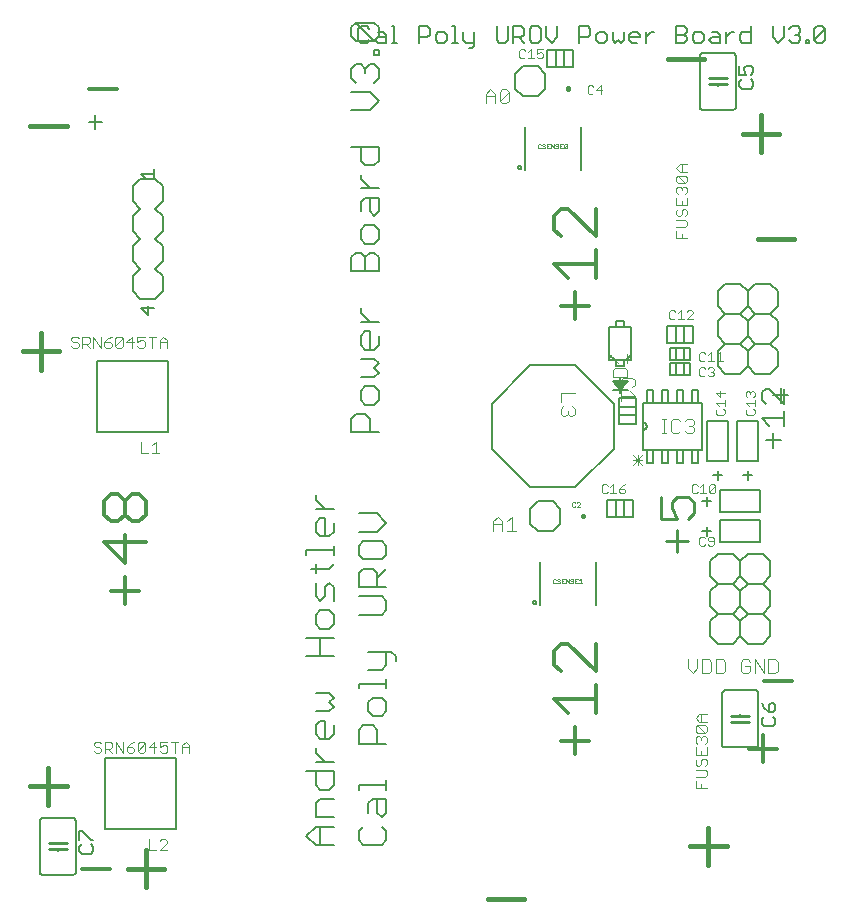
<source format=gto>
G75*
%MOIN*%
%OFA0B0*%
%FSLAX25Y25*%
%IPPOS*%
%LPD*%
%AMOC8*
5,1,8,0,0,1.08239X$1,22.5*
%
%ADD10C,0.00500*%
%ADD11C,0.00800*%
%ADD12C,0.01200*%
%ADD13C,0.01600*%
%ADD14C,0.00600*%
%ADD15C,0.00400*%
%ADD16C,0.01000*%
%ADD17C,0.00100*%
%ADD18C,0.01500*%
%ADD19C,0.00300*%
%ADD20C,0.00200*%
D10*
X0028163Y0032709D02*
X0027413Y0033459D01*
X0027413Y0034961D01*
X0028163Y0035711D01*
X0027413Y0037313D02*
X0027413Y0040315D01*
X0028163Y0040315D01*
X0031166Y0037313D01*
X0031917Y0037313D01*
X0031166Y0035711D02*
X0031917Y0034961D01*
X0031917Y0033459D01*
X0031166Y0032709D01*
X0028163Y0032709D01*
X0035867Y0040867D02*
X0059467Y0040867D01*
X0059467Y0064467D01*
X0035867Y0064467D01*
X0035867Y0040867D01*
X0033367Y0173367D02*
X0056967Y0173367D01*
X0056967Y0196967D01*
X0033367Y0196967D01*
X0033367Y0173367D01*
X0050165Y0212313D02*
X0050165Y0215315D01*
X0052417Y0214565D02*
X0047913Y0214565D01*
X0050165Y0212313D01*
X0049414Y0257813D02*
X0047913Y0259314D01*
X0052417Y0259314D01*
X0052417Y0257813D02*
X0052417Y0260815D01*
X0120417Y0303834D02*
X0121334Y0302917D01*
X0123169Y0302917D01*
X0124086Y0303834D01*
X0125941Y0303834D02*
X0126859Y0304752D01*
X0129611Y0304752D01*
X0129611Y0305669D02*
X0129611Y0302917D01*
X0126859Y0302917D01*
X0125941Y0303834D01*
X0126859Y0306586D02*
X0128694Y0306586D01*
X0129611Y0305669D01*
X0131466Y0302917D02*
X0133301Y0302917D01*
X0132384Y0302917D02*
X0132384Y0308421D01*
X0131466Y0308421D01*
X0124086Y0307504D02*
X0123169Y0308421D01*
X0121334Y0308421D01*
X0120417Y0307504D01*
X0120417Y0303834D01*
X0140674Y0302917D02*
X0140674Y0308421D01*
X0143426Y0308421D01*
X0144344Y0307504D01*
X0144344Y0305669D01*
X0143426Y0304752D01*
X0140674Y0304752D01*
X0146199Y0305669D02*
X0146199Y0303834D01*
X0147116Y0302917D01*
X0148951Y0302917D01*
X0149868Y0303834D01*
X0149868Y0305669D01*
X0148951Y0306586D01*
X0147116Y0306586D01*
X0146199Y0305669D01*
X0151723Y0302917D02*
X0153558Y0302917D01*
X0152641Y0302917D02*
X0152641Y0308421D01*
X0151723Y0308421D01*
X0155407Y0306586D02*
X0155407Y0303834D01*
X0156324Y0302917D01*
X0159076Y0302917D01*
X0159076Y0301999D02*
X0158159Y0301082D01*
X0157241Y0301082D01*
X0159076Y0301999D02*
X0159076Y0306586D01*
X0166456Y0308421D02*
X0166456Y0303834D01*
X0167373Y0302917D01*
X0169208Y0302917D01*
X0170126Y0303834D01*
X0170126Y0308421D01*
X0171981Y0308421D02*
X0171981Y0302917D01*
X0171981Y0304752D02*
X0174733Y0304752D01*
X0175650Y0305669D01*
X0175650Y0307504D01*
X0174733Y0308421D01*
X0171981Y0308421D01*
X0173816Y0304752D02*
X0175650Y0302917D01*
X0177505Y0303834D02*
X0177505Y0307504D01*
X0178423Y0308421D01*
X0180258Y0308421D01*
X0181175Y0307504D01*
X0181175Y0303834D01*
X0180258Y0302917D01*
X0178423Y0302917D01*
X0177505Y0303834D01*
X0183030Y0304752D02*
X0184865Y0302917D01*
X0186700Y0304752D01*
X0186700Y0308421D01*
X0183030Y0308421D02*
X0183030Y0304752D01*
X0194080Y0304752D02*
X0196832Y0304752D01*
X0197749Y0305669D01*
X0197749Y0307504D01*
X0196832Y0308421D01*
X0194080Y0308421D01*
X0194080Y0302917D01*
X0199604Y0303834D02*
X0200522Y0302917D01*
X0202357Y0302917D01*
X0203274Y0303834D01*
X0203274Y0305669D01*
X0202357Y0306586D01*
X0200522Y0306586D01*
X0199604Y0305669D01*
X0199604Y0303834D01*
X0205129Y0303834D02*
X0206046Y0302917D01*
X0206964Y0303834D01*
X0207881Y0302917D01*
X0208799Y0303834D01*
X0208799Y0306586D01*
X0210654Y0305669D02*
X0211571Y0306586D01*
X0213406Y0306586D01*
X0214323Y0305669D01*
X0214323Y0304752D01*
X0210654Y0304752D01*
X0210654Y0305669D02*
X0210654Y0303834D01*
X0211571Y0302917D01*
X0213406Y0302917D01*
X0216178Y0302917D02*
X0216178Y0306586D01*
X0216178Y0304752D02*
X0218013Y0306586D01*
X0218931Y0306586D01*
X0226307Y0305669D02*
X0229059Y0305669D01*
X0229977Y0304752D01*
X0229977Y0303834D01*
X0229059Y0302917D01*
X0226307Y0302917D01*
X0226307Y0308421D01*
X0229059Y0308421D01*
X0229977Y0307504D01*
X0229977Y0306586D01*
X0229059Y0305669D01*
X0231832Y0305669D02*
X0232749Y0306586D01*
X0234584Y0306586D01*
X0235502Y0305669D01*
X0235502Y0303834D01*
X0234584Y0302917D01*
X0232749Y0302917D01*
X0231832Y0303834D01*
X0231832Y0305669D01*
X0237356Y0303834D02*
X0238274Y0304752D01*
X0241026Y0304752D01*
X0241026Y0305669D02*
X0241026Y0302917D01*
X0238274Y0302917D01*
X0237356Y0303834D01*
X0238274Y0306586D02*
X0240109Y0306586D01*
X0241026Y0305669D01*
X0242881Y0304752D02*
X0244716Y0306586D01*
X0245634Y0306586D01*
X0247485Y0305669D02*
X0248403Y0306586D01*
X0251155Y0306586D01*
X0251155Y0308421D02*
X0251155Y0302917D01*
X0248403Y0302917D01*
X0247485Y0303834D01*
X0247485Y0305669D01*
X0242881Y0306586D02*
X0242881Y0302917D01*
X0247413Y0295315D02*
X0247413Y0292313D01*
X0249665Y0292313D01*
X0248914Y0293814D01*
X0248914Y0294565D01*
X0249665Y0295315D01*
X0251166Y0295315D01*
X0251917Y0294565D01*
X0251917Y0293063D01*
X0251166Y0292313D01*
X0251166Y0290711D02*
X0251917Y0289961D01*
X0251917Y0288459D01*
X0251166Y0287709D01*
X0248163Y0287709D01*
X0247413Y0288459D01*
X0247413Y0289961D01*
X0248163Y0290711D01*
X0260369Y0302917D02*
X0262204Y0304752D01*
X0262204Y0308421D01*
X0264059Y0307504D02*
X0264977Y0308421D01*
X0266812Y0308421D01*
X0267729Y0307504D01*
X0267729Y0306586D01*
X0266812Y0305669D01*
X0267729Y0304752D01*
X0267729Y0303834D01*
X0266812Y0302917D01*
X0264977Y0302917D01*
X0264059Y0303834D01*
X0265894Y0305669D02*
X0266812Y0305669D01*
X0269584Y0303834D02*
X0270501Y0303834D01*
X0270501Y0302917D01*
X0269584Y0302917D01*
X0269584Y0303834D01*
X0272346Y0303834D02*
X0272346Y0307504D01*
X0273264Y0308421D01*
X0275099Y0308421D01*
X0276016Y0307504D01*
X0272346Y0303834D01*
X0273264Y0302917D01*
X0275099Y0302917D01*
X0276016Y0303834D01*
X0276016Y0307504D01*
X0260369Y0302917D02*
X0258535Y0304752D01*
X0258535Y0308421D01*
X0205129Y0306586D02*
X0205129Y0303834D01*
X0254913Y0082815D02*
X0255663Y0081314D01*
X0257165Y0079813D01*
X0257165Y0082065D01*
X0257915Y0082815D01*
X0258666Y0082815D01*
X0259417Y0082065D01*
X0259417Y0080563D01*
X0258666Y0079813D01*
X0257165Y0079813D01*
X0258666Y0078211D02*
X0259417Y0077461D01*
X0259417Y0075959D01*
X0258666Y0075209D01*
X0255663Y0075209D01*
X0254913Y0075959D01*
X0254913Y0077461D01*
X0255663Y0078211D01*
D11*
X0178652Y0116467D02*
X0178654Y0116514D01*
X0178660Y0116561D01*
X0178670Y0116608D01*
X0178683Y0116653D01*
X0178701Y0116697D01*
X0178722Y0116739D01*
X0178746Y0116780D01*
X0178774Y0116818D01*
X0178805Y0116854D01*
X0178839Y0116887D01*
X0178875Y0116917D01*
X0178914Y0116944D01*
X0178955Y0116968D01*
X0178998Y0116988D01*
X0179042Y0117004D01*
X0179088Y0117017D01*
X0179134Y0117026D01*
X0179182Y0117031D01*
X0179229Y0117032D01*
X0179276Y0117029D01*
X0179323Y0117022D01*
X0179369Y0117011D01*
X0179414Y0116997D01*
X0179458Y0116978D01*
X0179499Y0116956D01*
X0179539Y0116931D01*
X0179577Y0116902D01*
X0179612Y0116871D01*
X0179645Y0116836D01*
X0179674Y0116799D01*
X0179700Y0116760D01*
X0179723Y0116718D01*
X0179742Y0116675D01*
X0179758Y0116630D01*
X0179770Y0116584D01*
X0179778Y0116538D01*
X0179782Y0116491D01*
X0179782Y0116443D01*
X0179778Y0116396D01*
X0179770Y0116350D01*
X0179758Y0116304D01*
X0179742Y0116259D01*
X0179723Y0116216D01*
X0179700Y0116174D01*
X0179674Y0116135D01*
X0179645Y0116098D01*
X0179612Y0116063D01*
X0179577Y0116032D01*
X0179539Y0116003D01*
X0179500Y0115978D01*
X0179458Y0115956D01*
X0179414Y0115937D01*
X0179369Y0115923D01*
X0179323Y0115912D01*
X0179276Y0115905D01*
X0179229Y0115902D01*
X0179182Y0115903D01*
X0179134Y0115908D01*
X0179088Y0115917D01*
X0179042Y0115930D01*
X0178998Y0115946D01*
X0178955Y0115966D01*
X0178914Y0115990D01*
X0178875Y0116017D01*
X0178839Y0116047D01*
X0178805Y0116080D01*
X0178774Y0116116D01*
X0178746Y0116154D01*
X0178722Y0116195D01*
X0178701Y0116237D01*
X0178683Y0116281D01*
X0178670Y0116326D01*
X0178660Y0116373D01*
X0178654Y0116420D01*
X0178652Y0116467D01*
X0132836Y0098487D02*
X0132836Y0096952D01*
X0132836Y0098487D02*
X0131301Y0100022D01*
X0123628Y0100022D01*
X0129767Y0100022D02*
X0129767Y0095418D01*
X0128232Y0093883D01*
X0123628Y0093883D01*
X0120559Y0089279D02*
X0120559Y0087745D01*
X0120559Y0089279D02*
X0129767Y0089279D01*
X0129767Y0087745D02*
X0129767Y0090814D01*
X0128232Y0084675D02*
X0125163Y0084675D01*
X0123628Y0083141D01*
X0123628Y0080071D01*
X0125163Y0078537D01*
X0128232Y0078537D01*
X0129767Y0080071D01*
X0129767Y0083141D01*
X0128232Y0084675D01*
X0125163Y0075467D02*
X0122093Y0075467D01*
X0120559Y0073933D01*
X0120559Y0069329D01*
X0129767Y0069329D01*
X0126697Y0069329D02*
X0126697Y0073933D01*
X0125163Y0075467D01*
X0112267Y0075467D02*
X0112267Y0072398D01*
X0110732Y0070863D01*
X0107663Y0070863D01*
X0106128Y0072398D01*
X0106128Y0075467D01*
X0107663Y0077002D01*
X0109197Y0077002D01*
X0109197Y0070863D01*
X0106128Y0067794D02*
X0106128Y0066260D01*
X0109197Y0063190D01*
X0106128Y0063190D02*
X0112267Y0063190D01*
X0112267Y0060121D02*
X0112267Y0055517D01*
X0110732Y0053982D01*
X0107663Y0053982D01*
X0106128Y0055517D01*
X0106128Y0060121D01*
X0103059Y0060121D02*
X0112267Y0060121D01*
X0120559Y0055517D02*
X0120559Y0053982D01*
X0120559Y0055517D02*
X0129767Y0055517D01*
X0129767Y0053982D02*
X0129767Y0057052D01*
X0129767Y0050913D02*
X0125163Y0050913D01*
X0123628Y0049378D01*
X0123628Y0046309D01*
X0126697Y0046309D02*
X0126697Y0050913D01*
X0129767Y0050913D02*
X0129767Y0046309D01*
X0128232Y0044775D01*
X0126697Y0046309D01*
X0128232Y0041705D02*
X0129767Y0040171D01*
X0129767Y0037101D01*
X0128232Y0035567D01*
X0122093Y0035567D01*
X0120559Y0037101D01*
X0120559Y0040171D01*
X0122093Y0041705D01*
X0112267Y0041705D02*
X0106128Y0041705D01*
X0103059Y0038636D01*
X0106128Y0035567D01*
X0112267Y0035567D01*
X0107663Y0035567D02*
X0107663Y0041705D01*
X0106128Y0044775D02*
X0106128Y0049378D01*
X0107663Y0050913D01*
X0112267Y0050913D01*
X0112267Y0044775D02*
X0106128Y0044775D01*
X0106128Y0080071D02*
X0110732Y0080071D01*
X0112267Y0081606D01*
X0110732Y0083141D01*
X0112267Y0084675D01*
X0110732Y0086210D01*
X0106128Y0086210D01*
X0107663Y0098487D02*
X0107663Y0104626D01*
X0107663Y0107695D02*
X0110732Y0107695D01*
X0112267Y0109230D01*
X0112267Y0112299D01*
X0110732Y0113833D01*
X0107663Y0113833D01*
X0106128Y0112299D01*
X0106128Y0109230D01*
X0107663Y0107695D01*
X0103059Y0104626D02*
X0112267Y0104626D01*
X0112267Y0098487D02*
X0103059Y0098487D01*
X0107663Y0116903D02*
X0106128Y0118437D01*
X0106128Y0123041D01*
X0106128Y0126111D02*
X0106128Y0129180D01*
X0104593Y0127645D02*
X0110732Y0127645D01*
X0112267Y0129180D01*
X0112267Y0132249D02*
X0112267Y0135318D01*
X0112267Y0133784D02*
X0103059Y0133784D01*
X0103059Y0132249D01*
X0107663Y0138388D02*
X0106128Y0139922D01*
X0106128Y0142992D01*
X0107663Y0144526D01*
X0109197Y0144526D01*
X0109197Y0138388D01*
X0107663Y0138388D02*
X0110732Y0138388D01*
X0112267Y0139922D01*
X0112267Y0142992D01*
X0112267Y0147596D02*
X0106128Y0147596D01*
X0106128Y0150665D02*
X0106128Y0152200D01*
X0106128Y0150665D02*
X0109197Y0147596D01*
X0120559Y0146061D02*
X0126697Y0146061D01*
X0129767Y0142992D01*
X0126697Y0139922D01*
X0120559Y0139922D01*
X0122093Y0136853D02*
X0120559Y0135318D01*
X0120559Y0132249D01*
X0122093Y0130715D01*
X0128232Y0130715D01*
X0129767Y0132249D01*
X0129767Y0135318D01*
X0128232Y0136853D01*
X0122093Y0136853D01*
X0122093Y0127645D02*
X0125163Y0127645D01*
X0126697Y0126111D01*
X0126697Y0121507D01*
X0126697Y0124576D02*
X0129767Y0127645D01*
X0129767Y0121507D02*
X0120559Y0121507D01*
X0120559Y0126111D01*
X0122093Y0127645D01*
X0120559Y0118437D02*
X0128232Y0118437D01*
X0129767Y0116903D01*
X0129767Y0113833D01*
X0128232Y0112299D01*
X0120559Y0112299D01*
X0112267Y0116903D02*
X0112267Y0121507D01*
X0110732Y0123041D01*
X0109197Y0121507D01*
X0109197Y0118437D01*
X0107663Y0116903D01*
X0118059Y0173067D02*
X0118059Y0177671D01*
X0119593Y0179205D01*
X0122663Y0179205D01*
X0124197Y0177671D01*
X0124197Y0173067D01*
X0127267Y0173067D02*
X0118059Y0173067D01*
X0122663Y0182275D02*
X0125732Y0182275D01*
X0127267Y0183809D01*
X0127267Y0186878D01*
X0125732Y0188413D01*
X0122663Y0188413D01*
X0121128Y0186878D01*
X0121128Y0183809D01*
X0122663Y0182275D01*
X0121128Y0191482D02*
X0125732Y0191482D01*
X0127267Y0193017D01*
X0125732Y0194552D01*
X0127267Y0196086D01*
X0125732Y0197621D01*
X0121128Y0197621D01*
X0122663Y0200690D02*
X0121128Y0202225D01*
X0121128Y0205294D01*
X0122663Y0206829D01*
X0124197Y0206829D01*
X0124197Y0200690D01*
X0122663Y0200690D02*
X0125732Y0200690D01*
X0127267Y0202225D01*
X0127267Y0205294D01*
X0127267Y0209898D02*
X0121128Y0209898D01*
X0124197Y0209898D02*
X0121128Y0212967D01*
X0121128Y0214502D01*
X0122663Y0226779D02*
X0122663Y0231383D01*
X0124197Y0232918D01*
X0125732Y0232918D01*
X0127267Y0231383D01*
X0127267Y0226779D01*
X0118059Y0226779D01*
X0118059Y0231383D01*
X0119593Y0232918D01*
X0121128Y0232918D01*
X0122663Y0231383D01*
X0122663Y0235987D02*
X0125732Y0235987D01*
X0127267Y0237522D01*
X0127267Y0240591D01*
X0125732Y0242126D01*
X0122663Y0242126D01*
X0121128Y0240591D01*
X0121128Y0237522D01*
X0122663Y0235987D01*
X0125732Y0245195D02*
X0124197Y0246730D01*
X0124197Y0251333D01*
X0122663Y0251333D02*
X0127267Y0251333D01*
X0127267Y0246730D01*
X0125732Y0245195D01*
X0121128Y0246730D02*
X0121128Y0249799D01*
X0122663Y0251333D01*
X0124197Y0254403D02*
X0121128Y0257472D01*
X0121128Y0259007D01*
X0122663Y0262076D02*
X0121128Y0263611D01*
X0121128Y0268215D01*
X0118059Y0268215D02*
X0127267Y0268215D01*
X0127267Y0263611D01*
X0125732Y0262076D01*
X0122663Y0262076D01*
X0121128Y0254403D02*
X0127267Y0254403D01*
X0124197Y0280492D02*
X0118059Y0280492D01*
X0118059Y0286630D02*
X0124197Y0286630D01*
X0127267Y0283561D01*
X0124197Y0280492D01*
X0125732Y0289700D02*
X0127267Y0291234D01*
X0127267Y0294303D01*
X0125732Y0295838D01*
X0124197Y0295838D01*
X0122663Y0294303D01*
X0122663Y0292769D01*
X0122663Y0294303D02*
X0121128Y0295838D01*
X0119593Y0295838D01*
X0118059Y0294303D01*
X0118059Y0291234D01*
X0119593Y0289700D01*
X0125732Y0298907D02*
X0125732Y0300442D01*
X0127267Y0300442D01*
X0127267Y0298907D01*
X0125732Y0298907D01*
X0125732Y0303511D02*
X0119593Y0303511D01*
X0118059Y0305046D01*
X0118059Y0308115D01*
X0119593Y0309650D01*
X0125732Y0303511D01*
X0127267Y0305046D01*
X0127267Y0308115D01*
X0125732Y0309650D01*
X0119593Y0309650D01*
X0173652Y0261467D02*
X0173654Y0261514D01*
X0173660Y0261561D01*
X0173670Y0261608D01*
X0173683Y0261653D01*
X0173701Y0261697D01*
X0173722Y0261739D01*
X0173746Y0261780D01*
X0173774Y0261818D01*
X0173805Y0261854D01*
X0173839Y0261887D01*
X0173875Y0261917D01*
X0173914Y0261944D01*
X0173955Y0261968D01*
X0173998Y0261988D01*
X0174042Y0262004D01*
X0174088Y0262017D01*
X0174134Y0262026D01*
X0174182Y0262031D01*
X0174229Y0262032D01*
X0174276Y0262029D01*
X0174323Y0262022D01*
X0174369Y0262011D01*
X0174414Y0261997D01*
X0174458Y0261978D01*
X0174499Y0261956D01*
X0174539Y0261931D01*
X0174577Y0261902D01*
X0174612Y0261871D01*
X0174645Y0261836D01*
X0174674Y0261799D01*
X0174700Y0261760D01*
X0174723Y0261718D01*
X0174742Y0261675D01*
X0174758Y0261630D01*
X0174770Y0261584D01*
X0174778Y0261538D01*
X0174782Y0261491D01*
X0174782Y0261443D01*
X0174778Y0261396D01*
X0174770Y0261350D01*
X0174758Y0261304D01*
X0174742Y0261259D01*
X0174723Y0261216D01*
X0174700Y0261174D01*
X0174674Y0261135D01*
X0174645Y0261098D01*
X0174612Y0261063D01*
X0174577Y0261032D01*
X0174539Y0261003D01*
X0174500Y0260978D01*
X0174458Y0260956D01*
X0174414Y0260937D01*
X0174369Y0260923D01*
X0174323Y0260912D01*
X0174276Y0260905D01*
X0174229Y0260902D01*
X0174182Y0260903D01*
X0174134Y0260908D01*
X0174088Y0260917D01*
X0174042Y0260930D01*
X0173998Y0260946D01*
X0173955Y0260966D01*
X0173914Y0260990D01*
X0173875Y0261017D01*
X0173839Y0261047D01*
X0173805Y0261080D01*
X0173774Y0261116D01*
X0173746Y0261154D01*
X0173722Y0261195D01*
X0173701Y0261237D01*
X0173683Y0261281D01*
X0173670Y0261326D01*
X0173660Y0261373D01*
X0173654Y0261420D01*
X0173652Y0261467D01*
D12*
X0188057Y0247598D02*
X0185755Y0245296D01*
X0185755Y0240692D01*
X0188057Y0238390D01*
X0188057Y0247598D02*
X0190359Y0247598D01*
X0199567Y0238390D01*
X0199567Y0247598D01*
X0199567Y0233786D02*
X0199567Y0224578D01*
X0199567Y0229182D02*
X0185755Y0229182D01*
X0190359Y0224578D01*
X0192661Y0219975D02*
X0192661Y0210767D01*
X0188057Y0215371D02*
X0197265Y0215371D01*
X0199567Y0102598D02*
X0199567Y0093390D01*
X0190359Y0102598D01*
X0188057Y0102598D01*
X0185755Y0100296D01*
X0185755Y0095692D01*
X0188057Y0093390D01*
X0185755Y0084182D02*
X0199567Y0084182D01*
X0199567Y0079578D02*
X0199567Y0088786D01*
X0190359Y0079578D02*
X0185755Y0084182D01*
X0192661Y0074975D02*
X0192661Y0065767D01*
X0188057Y0070371D02*
X0197265Y0070371D01*
X0250767Y0067673D02*
X0259975Y0067673D01*
X0255371Y0072276D02*
X0255371Y0063069D01*
X0255767Y0090173D02*
X0264975Y0090173D01*
X0049567Y0136484D02*
X0035755Y0136484D01*
X0042661Y0129578D01*
X0042661Y0138786D01*
X0044963Y0143390D02*
X0042661Y0145692D01*
X0042661Y0150296D01*
X0044963Y0152598D01*
X0047265Y0152598D01*
X0049567Y0150296D01*
X0049567Y0145692D01*
X0047265Y0143390D01*
X0044963Y0143390D01*
X0042661Y0145692D02*
X0040359Y0143390D01*
X0038057Y0143390D01*
X0035755Y0145692D01*
X0035755Y0150296D01*
X0038057Y0152598D01*
X0040359Y0152598D01*
X0042661Y0150296D01*
X0042661Y0124975D02*
X0042661Y0115767D01*
X0038057Y0120371D02*
X0047265Y0120371D01*
X0037475Y0027673D02*
X0028267Y0027673D01*
X0030767Y0287673D02*
X0039975Y0287673D01*
D13*
X0023244Y0275175D02*
X0010967Y0275175D01*
X0014605Y0206313D02*
X0014605Y0194036D01*
X0008467Y0200175D02*
X0020744Y0200175D01*
X0017105Y0061313D02*
X0017105Y0049036D01*
X0010967Y0055175D02*
X0023244Y0055175D01*
X0049605Y0033813D02*
X0049605Y0021536D01*
X0043467Y0027675D02*
X0055744Y0027675D01*
X0163467Y0017675D02*
X0175744Y0017675D01*
X0230967Y0035175D02*
X0243244Y0035175D01*
X0237105Y0041313D02*
X0237105Y0029036D01*
X0253467Y0237675D02*
X0265744Y0237675D01*
X0254605Y0266536D02*
X0254605Y0278813D01*
X0248467Y0272675D02*
X0260744Y0272675D01*
X0235744Y0297675D02*
X0223467Y0297675D01*
D14*
X0025167Y0025667D02*
X0015167Y0025667D01*
X0015107Y0025669D01*
X0015046Y0025674D01*
X0014987Y0025683D01*
X0014928Y0025696D01*
X0014869Y0025712D01*
X0014812Y0025732D01*
X0014757Y0025755D01*
X0014702Y0025782D01*
X0014650Y0025811D01*
X0014599Y0025844D01*
X0014550Y0025880D01*
X0014504Y0025918D01*
X0014460Y0025960D01*
X0014418Y0026004D01*
X0014380Y0026050D01*
X0014344Y0026099D01*
X0014311Y0026150D01*
X0014282Y0026202D01*
X0014255Y0026257D01*
X0014232Y0026312D01*
X0014212Y0026369D01*
X0014196Y0026428D01*
X0014183Y0026487D01*
X0014174Y0026546D01*
X0014169Y0026607D01*
X0014167Y0026667D01*
X0014167Y0043667D01*
X0014169Y0043727D01*
X0014174Y0043788D01*
X0014183Y0043847D01*
X0014196Y0043906D01*
X0014212Y0043965D01*
X0014232Y0044022D01*
X0014255Y0044077D01*
X0014282Y0044132D01*
X0014311Y0044184D01*
X0014344Y0044235D01*
X0014380Y0044284D01*
X0014418Y0044330D01*
X0014460Y0044374D01*
X0014504Y0044416D01*
X0014550Y0044454D01*
X0014599Y0044490D01*
X0014650Y0044523D01*
X0014702Y0044552D01*
X0014757Y0044579D01*
X0014812Y0044602D01*
X0014869Y0044622D01*
X0014928Y0044638D01*
X0014987Y0044651D01*
X0015046Y0044660D01*
X0015107Y0044665D01*
X0015167Y0044667D01*
X0025167Y0044667D01*
X0025227Y0044665D01*
X0025288Y0044660D01*
X0025347Y0044651D01*
X0025406Y0044638D01*
X0025465Y0044622D01*
X0025522Y0044602D01*
X0025577Y0044579D01*
X0025632Y0044552D01*
X0025684Y0044523D01*
X0025735Y0044490D01*
X0025784Y0044454D01*
X0025830Y0044416D01*
X0025874Y0044374D01*
X0025916Y0044330D01*
X0025954Y0044284D01*
X0025990Y0044235D01*
X0026023Y0044184D01*
X0026052Y0044132D01*
X0026079Y0044077D01*
X0026102Y0044022D01*
X0026122Y0043965D01*
X0026138Y0043906D01*
X0026151Y0043847D01*
X0026160Y0043788D01*
X0026165Y0043727D01*
X0026167Y0043667D01*
X0026167Y0026667D01*
X0026165Y0026607D01*
X0026160Y0026546D01*
X0026151Y0026487D01*
X0026138Y0026428D01*
X0026122Y0026369D01*
X0026102Y0026312D01*
X0026079Y0026257D01*
X0026052Y0026202D01*
X0026023Y0026150D01*
X0025990Y0026099D01*
X0025954Y0026050D01*
X0025916Y0026004D01*
X0025874Y0025960D01*
X0025830Y0025918D01*
X0025784Y0025880D01*
X0025735Y0025844D01*
X0025684Y0025811D01*
X0025632Y0025782D01*
X0025577Y0025755D01*
X0025522Y0025732D01*
X0025465Y0025712D01*
X0025406Y0025696D01*
X0025347Y0025683D01*
X0025288Y0025674D01*
X0025227Y0025669D01*
X0025167Y0025667D01*
X0020167Y0033667D02*
X0020167Y0034167D01*
X0020167Y0036167D02*
X0020167Y0036667D01*
X0164867Y0167667D02*
X0164867Y0182667D01*
X0177667Y0195467D01*
X0192667Y0195467D01*
X0205467Y0182667D01*
X0205467Y0167667D01*
X0192667Y0154867D01*
X0177667Y0154867D01*
X0164867Y0167667D01*
X0164867Y0182667D01*
X0176767Y0194567D01*
X0193567Y0194567D02*
X0205467Y0182667D01*
X0205467Y0167667D01*
X0193567Y0155767D01*
X0187667Y0147667D02*
X0187667Y0142667D01*
X0185167Y0140167D01*
X0180167Y0140167D01*
X0177667Y0142667D01*
X0177667Y0147667D01*
X0180167Y0150167D01*
X0185167Y0150167D01*
X0187667Y0147667D01*
X0176767Y0155767D02*
X0164867Y0167667D01*
X0180867Y0129765D02*
X0180867Y0115568D01*
X0199466Y0115568D02*
X0199466Y0129765D01*
X0203267Y0144767D02*
X0206267Y0144867D01*
X0206267Y0150467D01*
X0209067Y0150467D01*
X0212067Y0150467D01*
X0212067Y0144867D01*
X0209067Y0144867D01*
X0203267Y0144867D01*
X0203267Y0150467D01*
X0206267Y0150467D01*
X0209067Y0150467D02*
X0209067Y0144867D01*
X0203267Y0144867D02*
X0203267Y0144767D01*
X0216667Y0162967D02*
X0218667Y0162967D01*
X0218667Y0167367D01*
X0216667Y0167367D01*
X0216667Y0162967D01*
X0215367Y0167367D02*
X0234967Y0167367D01*
X0234967Y0182967D01*
X0215367Y0182967D01*
X0215367Y0173967D01*
X0215367Y0169767D01*
X0215367Y0167367D02*
X0215367Y0173967D01*
X0215367Y0180567D01*
X0212967Y0181567D02*
X0212967Y0175767D01*
X0207367Y0175767D01*
X0207367Y0178767D01*
X0207367Y0181567D01*
X0207367Y0184567D01*
X0212967Y0184567D01*
X0212967Y0181567D01*
X0207367Y0181567D01*
X0207367Y0178767D02*
X0212967Y0178767D01*
X0213067Y0175767D01*
X0212967Y0175767D01*
X0215267Y0176367D02*
X0215336Y0176368D01*
X0215404Y0176365D01*
X0215472Y0176358D01*
X0215540Y0176347D01*
X0215607Y0176332D01*
X0215673Y0176314D01*
X0215738Y0176292D01*
X0215802Y0176266D01*
X0215864Y0176236D01*
X0215924Y0176204D01*
X0215982Y0176167D01*
X0216038Y0176128D01*
X0216092Y0176085D01*
X0216143Y0176039D01*
X0216191Y0175991D01*
X0216237Y0175939D01*
X0216279Y0175886D01*
X0216319Y0175829D01*
X0216355Y0175771D01*
X0216388Y0175711D01*
X0216417Y0175649D01*
X0216443Y0175585D01*
X0216465Y0175520D01*
X0216483Y0175454D01*
X0216498Y0175387D01*
X0216508Y0175320D01*
X0216515Y0175251D01*
X0216518Y0175183D01*
X0216517Y0175114D01*
X0216512Y0175046D01*
X0216503Y0174978D01*
X0216490Y0174910D01*
X0216474Y0174844D01*
X0216453Y0174778D01*
X0216429Y0174714D01*
X0216402Y0174651D01*
X0216370Y0174590D01*
X0216336Y0174531D01*
X0216298Y0174474D01*
X0216257Y0174419D01*
X0216212Y0174367D01*
X0216165Y0174317D01*
X0216115Y0174270D01*
X0216063Y0174226D01*
X0216008Y0174185D01*
X0215951Y0174147D01*
X0215891Y0174112D01*
X0215830Y0174081D01*
X0215767Y0174054D01*
X0215703Y0174030D01*
X0215637Y0174010D01*
X0215571Y0173993D01*
X0215503Y0173981D01*
X0215435Y0173972D01*
X0215367Y0173967D01*
X0215435Y0173972D01*
X0215503Y0173981D01*
X0215571Y0173993D01*
X0215637Y0174010D01*
X0215703Y0174030D01*
X0215767Y0174054D01*
X0215830Y0174081D01*
X0215891Y0174112D01*
X0215951Y0174147D01*
X0216008Y0174185D01*
X0216063Y0174226D01*
X0216115Y0174270D01*
X0216165Y0174317D01*
X0216212Y0174367D01*
X0216257Y0174419D01*
X0216298Y0174474D01*
X0216336Y0174531D01*
X0216370Y0174590D01*
X0216402Y0174651D01*
X0216429Y0174714D01*
X0216453Y0174778D01*
X0216474Y0174844D01*
X0216490Y0174910D01*
X0216503Y0174978D01*
X0216512Y0175046D01*
X0216517Y0175114D01*
X0216518Y0175183D01*
X0216515Y0175251D01*
X0216508Y0175320D01*
X0216498Y0175387D01*
X0216483Y0175454D01*
X0216465Y0175520D01*
X0216443Y0175585D01*
X0216417Y0175649D01*
X0216388Y0175711D01*
X0216355Y0175771D01*
X0216319Y0175829D01*
X0216279Y0175886D01*
X0216237Y0175939D01*
X0216191Y0175991D01*
X0216143Y0176039D01*
X0216092Y0176085D01*
X0216038Y0176128D01*
X0215982Y0176167D01*
X0215924Y0176204D01*
X0215864Y0176236D01*
X0215802Y0176266D01*
X0215738Y0176292D01*
X0215673Y0176314D01*
X0215607Y0176332D01*
X0215540Y0176347D01*
X0215472Y0176358D01*
X0215404Y0176365D01*
X0215336Y0176368D01*
X0215267Y0176367D01*
X0216667Y0182967D02*
X0216667Y0187367D01*
X0218667Y0187367D01*
X0218667Y0182967D01*
X0216667Y0182967D01*
X0221667Y0182967D02*
X0221667Y0187367D01*
X0223667Y0187367D01*
X0223667Y0182967D01*
X0221667Y0182967D01*
X0226667Y0182967D02*
X0226667Y0187367D01*
X0228667Y0187367D01*
X0228667Y0182967D01*
X0226667Y0182967D01*
X0231667Y0182967D02*
X0231667Y0187367D01*
X0233667Y0187367D01*
X0233667Y0182967D01*
X0231667Y0182967D01*
X0234967Y0180567D02*
X0234967Y0169767D01*
X0236567Y0169267D02*
X0236567Y0171067D01*
X0233667Y0167367D02*
X0233667Y0162967D01*
X0231667Y0162967D01*
X0231667Y0167367D01*
X0233667Y0167367D01*
X0236567Y0163467D02*
X0243767Y0163467D01*
X0243767Y0176867D01*
X0236567Y0176867D01*
X0236567Y0163467D01*
X0240167Y0160367D02*
X0240167Y0157367D01*
X0240167Y0160367D01*
X0238667Y0158967D02*
X0241667Y0158967D01*
X0238667Y0158967D01*
X0240967Y0153767D02*
X0240967Y0146567D01*
X0254367Y0146567D01*
X0254367Y0153767D01*
X0240967Y0153767D01*
X0237867Y0150167D02*
X0234867Y0150167D01*
X0237867Y0150167D01*
X0236467Y0151667D02*
X0236467Y0148667D01*
X0236467Y0151667D01*
X0240967Y0143767D02*
X0240967Y0136567D01*
X0254367Y0136567D01*
X0254367Y0143767D01*
X0240967Y0143767D01*
X0236467Y0141667D02*
X0236467Y0138667D01*
X0236467Y0141667D01*
X0237867Y0140167D02*
X0234867Y0140167D01*
X0237867Y0140167D01*
X0240167Y0132667D02*
X0237667Y0130167D01*
X0237667Y0125167D01*
X0240167Y0122667D01*
X0237667Y0120167D01*
X0237667Y0115167D01*
X0240167Y0112667D01*
X0237667Y0110167D01*
X0237667Y0105167D01*
X0240167Y0102667D01*
X0245167Y0102667D01*
X0247667Y0105167D01*
X0250167Y0102667D01*
X0255167Y0102667D01*
X0257667Y0105167D01*
X0257667Y0110167D01*
X0255167Y0112667D01*
X0250167Y0112667D01*
X0247667Y0110167D01*
X0247667Y0105167D01*
X0247667Y0110167D02*
X0245167Y0112667D01*
X0240167Y0112667D01*
X0245167Y0112667D01*
X0247667Y0115167D01*
X0250167Y0112667D01*
X0255167Y0112667D01*
X0257667Y0115167D01*
X0257667Y0120167D01*
X0255167Y0122667D01*
X0250167Y0122667D01*
X0247667Y0120167D01*
X0247667Y0115167D01*
X0247667Y0120167D02*
X0245167Y0122667D01*
X0240167Y0122667D01*
X0245167Y0122667D01*
X0247667Y0125167D01*
X0250167Y0122667D01*
X0255167Y0122667D01*
X0257667Y0125167D01*
X0257667Y0130167D01*
X0255167Y0132667D01*
X0250167Y0132667D01*
X0247667Y0130167D01*
X0247667Y0125167D01*
X0247667Y0130167D02*
X0245167Y0132667D01*
X0240167Y0132667D01*
X0246767Y0136567D02*
X0248567Y0136567D01*
X0248567Y0143767D02*
X0246767Y0143767D01*
X0246767Y0146567D02*
X0248567Y0146567D01*
X0248567Y0153767D02*
X0246767Y0153767D01*
X0248667Y0158967D02*
X0251667Y0158967D01*
X0248667Y0158967D01*
X0250167Y0160367D02*
X0250167Y0157367D01*
X0250167Y0160367D01*
X0246567Y0163467D02*
X0253767Y0163467D01*
X0253767Y0176867D01*
X0246567Y0176867D01*
X0246567Y0163467D01*
X0246567Y0169267D02*
X0246567Y0171067D01*
X0243767Y0171067D02*
X0243767Y0169267D01*
X0253767Y0169267D02*
X0253767Y0171067D01*
X0256195Y0170435D02*
X0261132Y0170435D01*
X0258663Y0167967D02*
X0258663Y0172904D01*
X0257429Y0175333D02*
X0254960Y0177802D01*
X0262367Y0177802D01*
X0262367Y0180270D02*
X0262367Y0175333D01*
X0262367Y0182699D02*
X0257429Y0187637D01*
X0256195Y0187637D01*
X0254960Y0186402D01*
X0254960Y0183934D01*
X0256195Y0182699D01*
X0258695Y0185435D02*
X0263632Y0185435D01*
X0262367Y0187637D02*
X0262367Y0182699D01*
X0261163Y0182967D02*
X0261163Y0187904D01*
X0257667Y0192667D02*
X0260167Y0195167D01*
X0260167Y0200167D01*
X0257667Y0202667D01*
X0252667Y0202667D01*
X0250167Y0200167D01*
X0247667Y0202667D01*
X0242667Y0202667D01*
X0240167Y0200167D01*
X0240167Y0195167D01*
X0242667Y0192667D01*
X0247667Y0192667D01*
X0250167Y0195167D01*
X0250167Y0200167D01*
X0252667Y0202667D02*
X0250167Y0205167D01*
X0247667Y0202667D01*
X0242667Y0202667D01*
X0240167Y0205167D01*
X0240167Y0210167D01*
X0242667Y0212667D01*
X0247667Y0212667D01*
X0250167Y0210167D01*
X0252667Y0212667D01*
X0257667Y0212667D01*
X0260167Y0210167D01*
X0260167Y0205167D01*
X0257667Y0202667D01*
X0252667Y0202667D01*
X0250167Y0205167D02*
X0250167Y0210167D01*
X0252667Y0212667D02*
X0250167Y0215167D01*
X0247667Y0212667D01*
X0242667Y0212667D01*
X0240167Y0215167D01*
X0240167Y0220167D01*
X0242667Y0222667D01*
X0247667Y0222667D01*
X0250167Y0220167D01*
X0252667Y0222667D01*
X0257667Y0222667D01*
X0260167Y0220167D01*
X0260167Y0215167D01*
X0257667Y0212667D01*
X0252667Y0212667D01*
X0250167Y0215167D02*
X0250167Y0220167D01*
X0232067Y0208567D02*
X0229067Y0208467D01*
X0229067Y0202867D01*
X0226267Y0202867D01*
X0223267Y0202867D01*
X0223267Y0208467D01*
X0226267Y0208467D01*
X0232067Y0208467D01*
X0232067Y0202867D01*
X0229067Y0202867D01*
X0229067Y0201067D02*
X0226267Y0201067D01*
X0224267Y0201067D01*
X0224267Y0197267D01*
X0226267Y0197267D01*
X0229067Y0197267D01*
X0231067Y0197267D01*
X0231067Y0201067D01*
X0229067Y0201067D01*
X0229067Y0197267D01*
X0229067Y0196067D02*
X0226267Y0196067D01*
X0224267Y0196067D01*
X0224267Y0192267D01*
X0226267Y0192267D01*
X0229067Y0192267D01*
X0231067Y0192267D01*
X0231067Y0196067D01*
X0229067Y0196067D01*
X0229067Y0192267D01*
X0226267Y0192267D02*
X0226267Y0196067D01*
X0226267Y0197267D02*
X0226267Y0201067D01*
X0226267Y0202867D02*
X0226267Y0208467D01*
X0232067Y0208467D02*
X0232067Y0208567D01*
X0211267Y0208267D02*
X0211267Y0197067D01*
X0204067Y0197067D01*
X0204067Y0208267D01*
X0204067Y0197067D01*
X0204867Y0198067D02*
X0204067Y0198867D01*
X0205867Y0197067D01*
X0206267Y0197067D02*
X0206267Y0195067D01*
X0209067Y0195067D01*
X0209067Y0197067D01*
X0206267Y0197067D01*
X0209467Y0197067D02*
X0211267Y0198867D01*
X0210467Y0198067D01*
X0211267Y0197067D02*
X0211267Y0208267D01*
X0204067Y0208267D01*
X0206267Y0208267D02*
X0206267Y0210267D01*
X0209067Y0210267D01*
X0209067Y0208267D01*
X0206267Y0208267D01*
X0207667Y0191167D02*
X0207667Y0187167D01*
X0208167Y0190167D01*
X0207667Y0187167D01*
X0208667Y0190167D01*
X0207667Y0187167D01*
X0209167Y0190167D01*
X0207667Y0187167D01*
X0209667Y0190167D01*
X0207667Y0187167D01*
X0210167Y0190167D01*
X0205167Y0190167D01*
X0207667Y0187167D01*
X0207167Y0190167D01*
X0207667Y0187167D01*
X0206667Y0190167D01*
X0207667Y0187167D01*
X0206167Y0190167D01*
X0207667Y0187167D01*
X0205667Y0190167D01*
X0207667Y0187167D01*
X0210167Y0187167D01*
X0207667Y0187167D01*
X0205167Y0187167D01*
X0207667Y0187167D01*
X0207667Y0186167D01*
X0207667Y0187167D01*
X0210167Y0190167D01*
X0205167Y0190167D01*
X0207667Y0187167D01*
X0207667Y0191167D01*
X0221667Y0167367D02*
X0221667Y0162967D01*
X0223667Y0162967D01*
X0223667Y0167367D01*
X0221667Y0167367D01*
X0226667Y0167367D02*
X0226667Y0162967D01*
X0228667Y0162967D01*
X0228667Y0167367D01*
X0226667Y0167367D01*
X0252667Y0192667D02*
X0250167Y0195167D01*
X0252667Y0192667D02*
X0257667Y0192667D01*
X0194466Y0260568D02*
X0194466Y0274765D01*
X0182667Y0287667D02*
X0180167Y0285167D01*
X0175167Y0285167D01*
X0172667Y0287667D01*
X0172667Y0292667D01*
X0175167Y0295167D01*
X0180167Y0295167D01*
X0182667Y0292667D01*
X0182667Y0287667D01*
X0183267Y0294867D02*
X0183267Y0300467D01*
X0186267Y0300467D01*
X0192067Y0300467D01*
X0192067Y0294867D01*
X0189067Y0294867D01*
X0186267Y0294867D01*
X0183267Y0294867D01*
X0186267Y0294867D02*
X0186267Y0300467D01*
X0189067Y0300467D02*
X0192067Y0300567D01*
X0192067Y0300467D01*
X0189067Y0300467D02*
X0189067Y0294867D01*
X0175867Y0274765D02*
X0175867Y0260568D01*
X0234167Y0281667D02*
X0234167Y0298667D01*
X0234169Y0298727D01*
X0234174Y0298788D01*
X0234183Y0298847D01*
X0234196Y0298906D01*
X0234212Y0298965D01*
X0234232Y0299022D01*
X0234255Y0299077D01*
X0234282Y0299132D01*
X0234311Y0299184D01*
X0234344Y0299235D01*
X0234380Y0299284D01*
X0234418Y0299330D01*
X0234460Y0299374D01*
X0234504Y0299416D01*
X0234550Y0299454D01*
X0234599Y0299490D01*
X0234650Y0299523D01*
X0234702Y0299552D01*
X0234757Y0299579D01*
X0234812Y0299602D01*
X0234869Y0299622D01*
X0234928Y0299638D01*
X0234987Y0299651D01*
X0235046Y0299660D01*
X0235107Y0299665D01*
X0235167Y0299667D01*
X0245167Y0299667D01*
X0245227Y0299665D01*
X0245288Y0299660D01*
X0245347Y0299651D01*
X0245406Y0299638D01*
X0245465Y0299622D01*
X0245522Y0299602D01*
X0245577Y0299579D01*
X0245632Y0299552D01*
X0245684Y0299523D01*
X0245735Y0299490D01*
X0245784Y0299454D01*
X0245830Y0299416D01*
X0245874Y0299374D01*
X0245916Y0299330D01*
X0245954Y0299284D01*
X0245990Y0299235D01*
X0246023Y0299184D01*
X0246052Y0299132D01*
X0246079Y0299077D01*
X0246102Y0299022D01*
X0246122Y0298965D01*
X0246138Y0298906D01*
X0246151Y0298847D01*
X0246160Y0298788D01*
X0246165Y0298727D01*
X0246167Y0298667D01*
X0246167Y0281667D01*
X0246165Y0281607D01*
X0246160Y0281546D01*
X0246151Y0281487D01*
X0246138Y0281428D01*
X0246122Y0281369D01*
X0246102Y0281312D01*
X0246079Y0281257D01*
X0246052Y0281202D01*
X0246023Y0281150D01*
X0245990Y0281099D01*
X0245954Y0281050D01*
X0245916Y0281004D01*
X0245874Y0280960D01*
X0245830Y0280918D01*
X0245784Y0280880D01*
X0245735Y0280844D01*
X0245684Y0280811D01*
X0245632Y0280782D01*
X0245577Y0280755D01*
X0245522Y0280732D01*
X0245465Y0280712D01*
X0245406Y0280696D01*
X0245347Y0280683D01*
X0245288Y0280674D01*
X0245227Y0280669D01*
X0245167Y0280667D01*
X0235167Y0280667D01*
X0235107Y0280669D01*
X0235046Y0280674D01*
X0234987Y0280683D01*
X0234928Y0280696D01*
X0234869Y0280712D01*
X0234812Y0280732D01*
X0234757Y0280755D01*
X0234702Y0280782D01*
X0234650Y0280811D01*
X0234599Y0280844D01*
X0234550Y0280880D01*
X0234504Y0280918D01*
X0234460Y0280960D01*
X0234418Y0281004D01*
X0234380Y0281050D01*
X0234344Y0281099D01*
X0234311Y0281150D01*
X0234282Y0281202D01*
X0234255Y0281257D01*
X0234232Y0281312D01*
X0234212Y0281369D01*
X0234196Y0281428D01*
X0234183Y0281487D01*
X0234174Y0281546D01*
X0234169Y0281607D01*
X0234167Y0281667D01*
X0240167Y0288667D02*
X0240167Y0289167D01*
X0240167Y0291167D02*
X0240167Y0291667D01*
X0242667Y0087167D02*
X0252667Y0087167D01*
X0252727Y0087165D01*
X0252788Y0087160D01*
X0252847Y0087151D01*
X0252906Y0087138D01*
X0252965Y0087122D01*
X0253022Y0087102D01*
X0253077Y0087079D01*
X0253132Y0087052D01*
X0253184Y0087023D01*
X0253235Y0086990D01*
X0253284Y0086954D01*
X0253330Y0086916D01*
X0253374Y0086874D01*
X0253416Y0086830D01*
X0253454Y0086784D01*
X0253490Y0086735D01*
X0253523Y0086684D01*
X0253552Y0086632D01*
X0253579Y0086577D01*
X0253602Y0086522D01*
X0253622Y0086465D01*
X0253638Y0086406D01*
X0253651Y0086347D01*
X0253660Y0086288D01*
X0253665Y0086227D01*
X0253667Y0086167D01*
X0253667Y0069167D01*
X0253665Y0069107D01*
X0253660Y0069046D01*
X0253651Y0068987D01*
X0253638Y0068928D01*
X0253622Y0068869D01*
X0253602Y0068812D01*
X0253579Y0068757D01*
X0253552Y0068702D01*
X0253523Y0068650D01*
X0253490Y0068599D01*
X0253454Y0068550D01*
X0253416Y0068504D01*
X0253374Y0068460D01*
X0253330Y0068418D01*
X0253284Y0068380D01*
X0253235Y0068344D01*
X0253184Y0068311D01*
X0253132Y0068282D01*
X0253077Y0068255D01*
X0253022Y0068232D01*
X0252965Y0068212D01*
X0252906Y0068196D01*
X0252847Y0068183D01*
X0252788Y0068174D01*
X0252727Y0068169D01*
X0252667Y0068167D01*
X0242667Y0068167D01*
X0242607Y0068169D01*
X0242546Y0068174D01*
X0242487Y0068183D01*
X0242428Y0068196D01*
X0242369Y0068212D01*
X0242312Y0068232D01*
X0242257Y0068255D01*
X0242202Y0068282D01*
X0242150Y0068311D01*
X0242099Y0068344D01*
X0242050Y0068380D01*
X0242004Y0068418D01*
X0241960Y0068460D01*
X0241918Y0068504D01*
X0241880Y0068550D01*
X0241844Y0068599D01*
X0241811Y0068650D01*
X0241782Y0068702D01*
X0241755Y0068757D01*
X0241732Y0068812D01*
X0241712Y0068869D01*
X0241696Y0068928D01*
X0241683Y0068987D01*
X0241674Y0069046D01*
X0241669Y0069107D01*
X0241667Y0069167D01*
X0241667Y0086167D01*
X0241669Y0086227D01*
X0241674Y0086288D01*
X0241683Y0086347D01*
X0241696Y0086406D01*
X0241712Y0086465D01*
X0241732Y0086522D01*
X0241755Y0086577D01*
X0241782Y0086632D01*
X0241811Y0086684D01*
X0241844Y0086735D01*
X0241880Y0086784D01*
X0241918Y0086830D01*
X0241960Y0086874D01*
X0242004Y0086916D01*
X0242050Y0086954D01*
X0242099Y0086990D01*
X0242150Y0087023D01*
X0242202Y0087052D01*
X0242257Y0087079D01*
X0242312Y0087102D01*
X0242369Y0087122D01*
X0242428Y0087138D01*
X0242487Y0087151D01*
X0242546Y0087160D01*
X0242607Y0087165D01*
X0242667Y0087167D01*
X0247667Y0079167D02*
X0247667Y0078667D01*
X0247667Y0076667D02*
X0247667Y0076167D01*
X0055167Y0220167D02*
X0052667Y0217667D01*
X0047667Y0217667D01*
X0045167Y0220167D01*
X0045167Y0225167D01*
X0047667Y0227667D01*
X0045167Y0230167D01*
X0045167Y0235167D01*
X0047667Y0237667D01*
X0045167Y0240167D01*
X0045167Y0245167D01*
X0047667Y0247667D01*
X0045167Y0250167D01*
X0045167Y0255167D01*
X0047667Y0257667D01*
X0052667Y0257667D01*
X0055167Y0255167D01*
X0055167Y0250167D01*
X0052667Y0247667D01*
X0055167Y0245167D01*
X0055167Y0240167D01*
X0052667Y0237667D01*
X0055167Y0235167D01*
X0055167Y0230167D01*
X0052667Y0227667D01*
X0055167Y0225167D01*
X0055167Y0220167D01*
X0032769Y0274118D02*
X0032769Y0278722D01*
X0030467Y0276420D02*
X0035071Y0276420D01*
D15*
X0162867Y0282867D02*
X0162867Y0285936D01*
X0164401Y0287471D01*
X0165936Y0285936D01*
X0165936Y0282867D01*
X0167471Y0283634D02*
X0168238Y0282867D01*
X0169773Y0282867D01*
X0170540Y0283634D01*
X0170540Y0286703D01*
X0167471Y0283634D01*
X0167471Y0286703D01*
X0168238Y0287471D01*
X0169773Y0287471D01*
X0170540Y0286703D01*
X0165936Y0285169D02*
X0162867Y0285169D01*
X0166901Y0144971D02*
X0165367Y0143436D01*
X0165367Y0140367D01*
X0165367Y0142669D02*
X0168436Y0142669D01*
X0168436Y0143436D02*
X0168436Y0140367D01*
X0169971Y0140367D02*
X0173040Y0140367D01*
X0171505Y0140367D02*
X0171505Y0144971D01*
X0169971Y0143436D01*
X0168436Y0143436D02*
X0166901Y0144971D01*
X0230367Y0097471D02*
X0230367Y0094401D01*
X0231901Y0092867D01*
X0233436Y0094401D01*
X0233436Y0097471D01*
X0234971Y0097471D02*
X0237273Y0097471D01*
X0238040Y0096703D01*
X0238040Y0093634D01*
X0237273Y0092867D01*
X0234971Y0092867D01*
X0234971Y0097471D01*
X0239575Y0097471D02*
X0239575Y0092867D01*
X0241876Y0092867D01*
X0242644Y0093634D01*
X0242644Y0096703D01*
X0241876Y0097471D01*
X0239575Y0097471D01*
X0247867Y0096703D02*
X0247867Y0093634D01*
X0248634Y0092867D01*
X0250169Y0092867D01*
X0250936Y0093634D01*
X0250936Y0095169D01*
X0249401Y0095169D01*
X0247867Y0096703D02*
X0248634Y0097471D01*
X0250169Y0097471D01*
X0250936Y0096703D01*
X0252471Y0097471D02*
X0255540Y0092867D01*
X0255540Y0097471D01*
X0257075Y0097471D02*
X0259376Y0097471D01*
X0260144Y0096703D01*
X0260144Y0093634D01*
X0259376Y0092867D01*
X0257075Y0092867D01*
X0257075Y0097471D01*
X0252471Y0097471D02*
X0252471Y0092867D01*
D16*
X0250667Y0078667D02*
X0247667Y0078667D01*
X0244667Y0078667D01*
X0244667Y0076667D02*
X0247667Y0076667D01*
X0250667Y0076667D01*
X0226662Y0133167D02*
X0226662Y0140506D01*
X0226662Y0144216D02*
X0224827Y0147886D01*
X0224827Y0149721D01*
X0226662Y0151556D01*
X0230332Y0151556D01*
X0232167Y0149721D01*
X0232167Y0146051D01*
X0230332Y0144216D01*
X0226662Y0144216D02*
X0221157Y0144216D01*
X0221157Y0151556D01*
X0222992Y0136836D02*
X0230332Y0136836D01*
X0237167Y0289167D02*
X0240167Y0289167D01*
X0243167Y0289167D01*
X0243167Y0291167D02*
X0240167Y0291167D01*
X0237167Y0291167D01*
X0023167Y0036167D02*
X0020167Y0036167D01*
X0017167Y0036167D01*
X0017167Y0034167D02*
X0020167Y0034167D01*
X0023167Y0034167D01*
D17*
X0185217Y0122967D02*
X0185467Y0122717D01*
X0185967Y0122717D01*
X0186218Y0122967D01*
X0186690Y0122967D02*
X0186940Y0122717D01*
X0187441Y0122717D01*
X0187691Y0122967D01*
X0187691Y0123217D01*
X0187441Y0123467D01*
X0186940Y0123467D01*
X0186690Y0123718D01*
X0186690Y0123968D01*
X0186940Y0124218D01*
X0187441Y0124218D01*
X0187691Y0123968D01*
X0188163Y0124218D02*
X0188163Y0122717D01*
X0189164Y0122717D01*
X0189636Y0122717D02*
X0189636Y0124218D01*
X0190637Y0122717D01*
X0190637Y0124218D01*
X0191110Y0123968D02*
X0191110Y0123718D01*
X0191360Y0123467D01*
X0191860Y0123467D01*
X0192111Y0123217D01*
X0192111Y0122967D01*
X0191860Y0122717D01*
X0191360Y0122717D01*
X0191110Y0122967D01*
X0191110Y0123968D02*
X0191360Y0124218D01*
X0191860Y0124218D01*
X0192111Y0123968D01*
X0192583Y0124218D02*
X0192583Y0122717D01*
X0193584Y0122717D01*
X0194056Y0122717D02*
X0195057Y0122717D01*
X0194557Y0122717D02*
X0194557Y0124218D01*
X0194056Y0123718D01*
X0193584Y0124218D02*
X0192583Y0124218D01*
X0192583Y0123467D02*
X0193083Y0123467D01*
X0189164Y0124218D02*
X0188163Y0124218D01*
X0188163Y0123467D02*
X0188664Y0123467D01*
X0186218Y0123968D02*
X0185967Y0124218D01*
X0185467Y0124218D01*
X0185217Y0123968D01*
X0185217Y0122967D01*
X0191967Y0148217D02*
X0192467Y0148217D01*
X0192718Y0148467D01*
X0193190Y0148217D02*
X0194191Y0149218D01*
X0194191Y0149468D01*
X0193941Y0149718D01*
X0193440Y0149718D01*
X0193190Y0149468D01*
X0192718Y0149468D02*
X0192467Y0149718D01*
X0191967Y0149718D01*
X0191717Y0149468D01*
X0191717Y0148467D01*
X0191967Y0148217D01*
X0193190Y0148217D02*
X0194191Y0148217D01*
X0189807Y0267717D02*
X0189306Y0267717D01*
X0189056Y0267967D01*
X0190057Y0268968D01*
X0190057Y0267967D01*
X0189807Y0267717D01*
X0189056Y0267967D02*
X0189056Y0268968D01*
X0189306Y0269218D01*
X0189807Y0269218D01*
X0190057Y0268968D01*
X0188584Y0269218D02*
X0187583Y0269218D01*
X0187583Y0267717D01*
X0188584Y0267717D01*
X0188083Y0268467D02*
X0187583Y0268467D01*
X0187111Y0268217D02*
X0187111Y0267967D01*
X0186860Y0267717D01*
X0186360Y0267717D01*
X0186110Y0267967D01*
X0185637Y0267717D02*
X0185637Y0269218D01*
X0186110Y0268968D02*
X0186110Y0268718D01*
X0186360Y0268467D01*
X0186860Y0268467D01*
X0187111Y0268217D01*
X0187111Y0268968D02*
X0186860Y0269218D01*
X0186360Y0269218D01*
X0186110Y0268968D01*
X0185637Y0267717D02*
X0184636Y0269218D01*
X0184636Y0267717D01*
X0184164Y0267717D02*
X0183163Y0267717D01*
X0183163Y0269218D01*
X0184164Y0269218D01*
X0183664Y0268467D02*
X0183163Y0268467D01*
X0182691Y0268217D02*
X0182691Y0267967D01*
X0182441Y0267717D01*
X0181940Y0267717D01*
X0181690Y0267967D01*
X0181218Y0267967D02*
X0180967Y0267717D01*
X0180467Y0267717D01*
X0180217Y0267967D01*
X0180217Y0268968D01*
X0180467Y0269218D01*
X0180967Y0269218D01*
X0181218Y0268968D01*
X0181690Y0268968D02*
X0181690Y0268718D01*
X0181940Y0268467D01*
X0182441Y0268467D01*
X0182691Y0268217D01*
X0182691Y0268968D02*
X0182441Y0269218D01*
X0181940Y0269218D01*
X0181690Y0268968D01*
D18*
X0190167Y0287557D02*
X0190167Y0287777D01*
X0195167Y0145277D02*
X0195167Y0145057D01*
D19*
X0211897Y0162317D02*
X0215033Y0165453D01*
X0211897Y0162317D01*
X0211897Y0163885D02*
X0215033Y0163885D01*
X0211897Y0163885D01*
X0211897Y0165453D02*
X0215033Y0162317D01*
X0211897Y0165453D01*
X0213465Y0165453D02*
X0213465Y0162317D01*
X0213465Y0165453D01*
X0221517Y0172817D02*
X0223085Y0172817D01*
X0222301Y0172817D02*
X0222301Y0177521D01*
X0221517Y0177521D02*
X0223085Y0177521D01*
X0224586Y0176737D02*
X0224586Y0173601D01*
X0225370Y0172817D01*
X0226938Y0172817D01*
X0227722Y0173601D01*
X0229190Y0173601D02*
X0229974Y0172817D01*
X0231542Y0172817D01*
X0232326Y0173601D01*
X0232326Y0174385D01*
X0231542Y0175169D01*
X0230758Y0175169D01*
X0231542Y0175169D02*
X0232326Y0175953D01*
X0232326Y0176737D01*
X0231542Y0177521D01*
X0229974Y0177521D01*
X0229190Y0176737D01*
X0227722Y0176737D02*
X0226938Y0177521D01*
X0225370Y0177521D01*
X0224586Y0176737D01*
X0212521Y0185145D02*
X0207817Y0185145D01*
X0207817Y0186713D02*
X0207817Y0183577D01*
X0210953Y0186713D02*
X0212521Y0185145D01*
X0211737Y0188181D02*
X0212521Y0188965D01*
X0212521Y0190533D01*
X0211737Y0191317D01*
X0208601Y0191317D01*
X0207817Y0190533D01*
X0207817Y0188965D01*
X0208601Y0188181D01*
X0210017Y0191517D02*
X0205313Y0191517D01*
X0205313Y0193869D01*
X0206097Y0194653D01*
X0209233Y0194653D01*
X0210017Y0193869D01*
X0210017Y0191517D01*
X0210017Y0196121D02*
X0210017Y0199257D01*
X0210017Y0197689D02*
X0205313Y0197689D01*
X0206881Y0196121D01*
X0192521Y0186317D02*
X0187817Y0186317D01*
X0187817Y0183181D01*
X0188601Y0181713D02*
X0187817Y0180929D01*
X0187817Y0179361D01*
X0188601Y0178577D01*
X0189385Y0178577D01*
X0190169Y0179361D01*
X0190169Y0180145D01*
X0190169Y0179361D02*
X0190953Y0178577D01*
X0191737Y0178577D01*
X0192521Y0179361D01*
X0192521Y0180929D01*
X0191737Y0181713D01*
X0226313Y0237817D02*
X0226313Y0240285D01*
X0226313Y0241500D02*
X0229399Y0241500D01*
X0230017Y0242117D01*
X0230017Y0243351D01*
X0229399Y0243969D01*
X0226313Y0243969D01*
X0226931Y0245183D02*
X0227548Y0245183D01*
X0228165Y0245800D01*
X0228165Y0247035D01*
X0228782Y0247652D01*
X0229399Y0247652D01*
X0230017Y0247035D01*
X0230017Y0245800D01*
X0229399Y0245183D01*
X0226931Y0245183D02*
X0226313Y0245800D01*
X0226313Y0247035D01*
X0226931Y0247652D01*
X0226313Y0248866D02*
X0230017Y0248866D01*
X0230017Y0251335D01*
X0229399Y0252549D02*
X0230017Y0253166D01*
X0230017Y0254401D01*
X0229399Y0255018D01*
X0228782Y0255018D01*
X0228165Y0254401D01*
X0228165Y0253784D01*
X0228165Y0254401D02*
X0227548Y0255018D01*
X0226931Y0255018D01*
X0226313Y0254401D01*
X0226313Y0253166D01*
X0226931Y0252549D01*
X0226313Y0251335D02*
X0226313Y0248866D01*
X0228165Y0248866D02*
X0228165Y0250100D01*
X0226931Y0256232D02*
X0226313Y0256850D01*
X0226313Y0258084D01*
X0226931Y0258701D01*
X0229399Y0256232D01*
X0230017Y0256850D01*
X0230017Y0258084D01*
X0229399Y0258701D01*
X0226931Y0258701D01*
X0227548Y0259916D02*
X0226313Y0261150D01*
X0227548Y0262384D01*
X0230017Y0262384D01*
X0228165Y0262384D02*
X0228165Y0259916D01*
X0227548Y0259916D02*
X0230017Y0259916D01*
X0229399Y0256232D02*
X0226931Y0256232D01*
X0228165Y0239051D02*
X0228165Y0237817D01*
X0230017Y0237817D02*
X0226313Y0237817D01*
X0201214Y0285817D02*
X0201214Y0288719D01*
X0199763Y0287268D01*
X0201698Y0287268D01*
X0198752Y0288235D02*
X0198268Y0288719D01*
X0197300Y0288719D01*
X0196817Y0288235D01*
X0196817Y0286300D01*
X0197300Y0285817D01*
X0198268Y0285817D01*
X0198752Y0286300D01*
X0056602Y0203785D02*
X0056602Y0201317D01*
X0056602Y0203168D02*
X0054133Y0203168D01*
X0054133Y0203785D02*
X0055368Y0205020D01*
X0056602Y0203785D01*
X0054133Y0203785D02*
X0054133Y0201317D01*
X0051685Y0201317D02*
X0051685Y0205020D01*
X0052919Y0205020D02*
X0050450Y0205020D01*
X0049236Y0205020D02*
X0046767Y0205020D01*
X0046767Y0203168D01*
X0048002Y0203785D01*
X0048619Y0203785D01*
X0049236Y0203168D01*
X0049236Y0201934D01*
X0048619Y0201317D01*
X0047384Y0201317D01*
X0046767Y0201934D01*
X0045553Y0203168D02*
X0043084Y0203168D01*
X0044936Y0205020D01*
X0044936Y0201317D01*
X0041870Y0201934D02*
X0041252Y0201317D01*
X0040018Y0201317D01*
X0039401Y0201934D01*
X0041870Y0204403D01*
X0041870Y0201934D01*
X0041870Y0204403D02*
X0041252Y0205020D01*
X0040018Y0205020D01*
X0039401Y0204403D01*
X0039401Y0201934D01*
X0038187Y0201934D02*
X0038187Y0202551D01*
X0037569Y0203168D01*
X0035718Y0203168D01*
X0035718Y0201934D01*
X0036335Y0201317D01*
X0037569Y0201317D01*
X0038187Y0201934D01*
X0036952Y0204403D02*
X0035718Y0203168D01*
X0036952Y0204403D02*
X0038187Y0205020D01*
X0034503Y0205020D02*
X0034503Y0201317D01*
X0032035Y0205020D01*
X0032035Y0201317D01*
X0030820Y0201317D02*
X0029586Y0202551D01*
X0030203Y0202551D02*
X0028351Y0202551D01*
X0027137Y0202551D02*
X0027137Y0201934D01*
X0026520Y0201317D01*
X0025286Y0201317D01*
X0024668Y0201934D01*
X0025286Y0203168D02*
X0024668Y0203785D01*
X0024668Y0204403D01*
X0025286Y0205020D01*
X0026520Y0205020D01*
X0027137Y0204403D01*
X0028351Y0205020D02*
X0028351Y0201317D01*
X0027137Y0202551D02*
X0026520Y0203168D01*
X0025286Y0203168D01*
X0028351Y0205020D02*
X0030203Y0205020D01*
X0030820Y0204403D01*
X0030820Y0203168D01*
X0030203Y0202551D01*
X0047950Y0170020D02*
X0047950Y0166317D01*
X0050419Y0166317D01*
X0051634Y0166317D02*
X0054102Y0166317D01*
X0052868Y0166317D02*
X0052868Y0170020D01*
X0051634Y0168785D01*
X0052436Y0070020D02*
X0050584Y0068168D01*
X0053053Y0068168D01*
X0054267Y0068168D02*
X0055502Y0068785D01*
X0056119Y0068785D01*
X0056736Y0068168D01*
X0056736Y0066934D01*
X0056119Y0066317D01*
X0054884Y0066317D01*
X0054267Y0066934D01*
X0054267Y0068168D02*
X0054267Y0070020D01*
X0056736Y0070020D01*
X0057950Y0070020D02*
X0060419Y0070020D01*
X0059185Y0070020D02*
X0059185Y0066317D01*
X0061633Y0066317D02*
X0061633Y0068785D01*
X0062868Y0070020D01*
X0064102Y0068785D01*
X0064102Y0066317D01*
X0064102Y0068168D02*
X0061633Y0068168D01*
X0052436Y0066317D02*
X0052436Y0070020D01*
X0049370Y0069403D02*
X0046901Y0066934D01*
X0047518Y0066317D01*
X0048752Y0066317D01*
X0049370Y0066934D01*
X0049370Y0069403D01*
X0048752Y0070020D01*
X0047518Y0070020D01*
X0046901Y0069403D01*
X0046901Y0066934D01*
X0045687Y0066934D02*
X0045687Y0067551D01*
X0045069Y0068168D01*
X0043218Y0068168D01*
X0043218Y0066934D01*
X0043835Y0066317D01*
X0045069Y0066317D01*
X0045687Y0066934D01*
X0044452Y0069403D02*
X0045687Y0070020D01*
X0044452Y0069403D02*
X0043218Y0068168D01*
X0042003Y0066317D02*
X0042003Y0070020D01*
X0039535Y0070020D02*
X0042003Y0066317D01*
X0039535Y0066317D02*
X0039535Y0070020D01*
X0038320Y0069403D02*
X0038320Y0068168D01*
X0037703Y0067551D01*
X0035851Y0067551D01*
X0034637Y0067551D02*
X0034637Y0066934D01*
X0034020Y0066317D01*
X0032786Y0066317D01*
X0032168Y0066934D01*
X0032786Y0068168D02*
X0034020Y0068168D01*
X0034637Y0067551D01*
X0035851Y0066317D02*
X0035851Y0070020D01*
X0037703Y0070020D01*
X0038320Y0069403D01*
X0037086Y0067551D02*
X0038320Y0066317D01*
X0034637Y0069403D02*
X0034020Y0070020D01*
X0032786Y0070020D01*
X0032168Y0069403D01*
X0032168Y0068785D01*
X0032786Y0068168D01*
X0050450Y0037520D02*
X0050450Y0033817D01*
X0052919Y0033817D01*
X0054134Y0033817D02*
X0056602Y0036285D01*
X0056602Y0036903D01*
X0055985Y0037520D01*
X0054751Y0037520D01*
X0054134Y0036903D01*
X0054134Y0033817D02*
X0056602Y0033817D01*
X0232813Y0054535D02*
X0232813Y0057003D01*
X0232813Y0058218D02*
X0235899Y0058218D01*
X0236517Y0058835D01*
X0236517Y0060069D01*
X0235899Y0060687D01*
X0232813Y0060687D01*
X0233431Y0061901D02*
X0232813Y0062518D01*
X0232813Y0063752D01*
X0233431Y0064370D01*
X0232813Y0065584D02*
X0232813Y0068053D01*
X0233431Y0069267D02*
X0232813Y0069884D01*
X0232813Y0071119D01*
X0233431Y0071736D01*
X0234048Y0071736D01*
X0234665Y0071119D01*
X0235282Y0071736D01*
X0235899Y0071736D01*
X0236517Y0071119D01*
X0236517Y0069884D01*
X0235899Y0069267D01*
X0236517Y0068053D02*
X0236517Y0065584D01*
X0232813Y0065584D01*
X0234665Y0065584D02*
X0234665Y0066818D01*
X0235282Y0064370D02*
X0235899Y0064370D01*
X0236517Y0063752D01*
X0236517Y0062518D01*
X0235899Y0061901D01*
X0234665Y0062518D02*
X0234665Y0063752D01*
X0235282Y0064370D01*
X0234665Y0062518D02*
X0234048Y0061901D01*
X0233431Y0061901D01*
X0234665Y0055769D02*
X0234665Y0054535D01*
X0236517Y0054535D02*
X0232813Y0054535D01*
X0234665Y0070502D02*
X0234665Y0071119D01*
X0233431Y0072950D02*
X0232813Y0073568D01*
X0232813Y0074802D01*
X0233431Y0075419D01*
X0235899Y0072950D01*
X0236517Y0073568D01*
X0236517Y0074802D01*
X0235899Y0075419D01*
X0233431Y0075419D01*
X0234048Y0076634D02*
X0232813Y0077868D01*
X0234048Y0079102D01*
X0236517Y0079102D01*
X0234665Y0079102D02*
X0234665Y0076634D01*
X0234048Y0076634D02*
X0236517Y0076634D01*
X0235899Y0072950D02*
X0233431Y0072950D01*
D20*
X0234467Y0135267D02*
X0235468Y0135267D01*
X0235968Y0135767D01*
X0236913Y0135767D02*
X0237414Y0135267D01*
X0238414Y0135267D01*
X0238915Y0135767D01*
X0238915Y0137769D01*
X0238414Y0138269D01*
X0237414Y0138269D01*
X0236913Y0137769D01*
X0236913Y0137268D01*
X0237414Y0136768D01*
X0238915Y0136768D01*
X0235968Y0137769D02*
X0235468Y0138269D01*
X0234467Y0138269D01*
X0233967Y0137769D01*
X0233967Y0135767D01*
X0234467Y0135267D01*
X0234413Y0152767D02*
X0236415Y0152767D01*
X0235414Y0152767D02*
X0235414Y0155769D01*
X0234413Y0154768D01*
X0233468Y0155269D02*
X0232968Y0155769D01*
X0231967Y0155769D01*
X0231467Y0155269D01*
X0231467Y0153267D01*
X0231967Y0152767D01*
X0232968Y0152767D01*
X0233468Y0153267D01*
X0237360Y0153267D02*
X0237860Y0152767D01*
X0238861Y0152767D01*
X0239361Y0153267D01*
X0239361Y0155269D01*
X0237360Y0153267D01*
X0237360Y0155269D01*
X0237860Y0155769D01*
X0238861Y0155769D01*
X0239361Y0155269D01*
X0240065Y0178967D02*
X0242066Y0178967D01*
X0242567Y0179467D01*
X0242567Y0180468D01*
X0242066Y0180968D01*
X0242567Y0181913D02*
X0242567Y0183915D01*
X0242567Y0182914D02*
X0239564Y0182914D01*
X0240565Y0181913D01*
X0240065Y0180968D02*
X0239564Y0180468D01*
X0239564Y0179467D01*
X0240065Y0178967D01*
X0241065Y0184860D02*
X0241065Y0186861D01*
X0239564Y0186361D02*
X0241065Y0184860D01*
X0239564Y0186361D02*
X0242567Y0186361D01*
X0238414Y0191767D02*
X0237414Y0191767D01*
X0236913Y0192267D01*
X0235968Y0192267D02*
X0235468Y0191767D01*
X0234467Y0191767D01*
X0233967Y0192267D01*
X0233967Y0194269D01*
X0234467Y0194769D01*
X0235468Y0194769D01*
X0235968Y0194269D01*
X0236913Y0194269D02*
X0237414Y0194769D01*
X0238414Y0194769D01*
X0238915Y0194269D01*
X0238915Y0193768D01*
X0238414Y0193268D01*
X0238915Y0192768D01*
X0238915Y0192267D01*
X0238414Y0191767D01*
X0238414Y0193268D02*
X0237914Y0193268D01*
X0237914Y0196767D02*
X0237914Y0199769D01*
X0236913Y0198768D01*
X0235968Y0199269D02*
X0235468Y0199769D01*
X0234467Y0199769D01*
X0233967Y0199269D01*
X0233967Y0197267D01*
X0234467Y0196767D01*
X0235468Y0196767D01*
X0235968Y0197267D01*
X0236913Y0196767D02*
X0238915Y0196767D01*
X0239860Y0196767D02*
X0241861Y0196767D01*
X0240861Y0196767D02*
X0240861Y0199769D01*
X0239860Y0198768D01*
X0231861Y0210767D02*
X0229860Y0210767D01*
X0231861Y0212768D01*
X0231861Y0213269D01*
X0231361Y0213769D01*
X0230360Y0213769D01*
X0229860Y0213269D01*
X0227914Y0213769D02*
X0227914Y0210767D01*
X0226913Y0210767D02*
X0228915Y0210767D01*
X0226913Y0212768D02*
X0227914Y0213769D01*
X0225968Y0213269D02*
X0225468Y0213769D01*
X0224467Y0213769D01*
X0223967Y0213269D01*
X0223967Y0211267D01*
X0224467Y0210767D01*
X0225468Y0210767D01*
X0225968Y0211267D01*
X0250065Y0186861D02*
X0249564Y0186361D01*
X0249564Y0185360D01*
X0250065Y0184860D01*
X0251065Y0185861D02*
X0251065Y0186361D01*
X0251566Y0186861D01*
X0252066Y0186861D01*
X0252567Y0186361D01*
X0252567Y0185360D01*
X0252066Y0184860D01*
X0252567Y0183915D02*
X0252567Y0181913D01*
X0252567Y0182914D02*
X0249564Y0182914D01*
X0250565Y0181913D01*
X0250065Y0180968D02*
X0249564Y0180468D01*
X0249564Y0179467D01*
X0250065Y0178967D01*
X0252066Y0178967D01*
X0252567Y0179467D01*
X0252567Y0180468D01*
X0252066Y0180968D01*
X0251065Y0186361D02*
X0250565Y0186861D01*
X0250065Y0186861D01*
X0209361Y0155769D02*
X0208361Y0155269D01*
X0207360Y0154268D01*
X0208861Y0154268D01*
X0209361Y0153768D01*
X0209361Y0153267D01*
X0208861Y0152767D01*
X0207860Y0152767D01*
X0207360Y0153267D01*
X0207360Y0154268D01*
X0206415Y0152767D02*
X0204413Y0152767D01*
X0205414Y0152767D02*
X0205414Y0155769D01*
X0204413Y0154768D01*
X0203468Y0155269D02*
X0202968Y0155769D01*
X0201967Y0155769D01*
X0201467Y0155269D01*
X0201467Y0153267D01*
X0201967Y0152767D01*
X0202968Y0152767D01*
X0203468Y0153267D01*
X0181361Y0297767D02*
X0180360Y0297767D01*
X0179860Y0298267D01*
X0179860Y0299268D02*
X0180861Y0299768D01*
X0181361Y0299768D01*
X0181861Y0299268D01*
X0181861Y0298267D01*
X0181361Y0297767D01*
X0179860Y0299268D02*
X0179860Y0300769D01*
X0181861Y0300769D01*
X0177914Y0300769D02*
X0177914Y0297767D01*
X0176913Y0297767D02*
X0178915Y0297767D01*
X0176913Y0299768D02*
X0177914Y0300769D01*
X0175968Y0300269D02*
X0175468Y0300769D01*
X0174467Y0300769D01*
X0173967Y0300269D01*
X0173967Y0298267D01*
X0174467Y0297767D01*
X0175468Y0297767D01*
X0175968Y0298267D01*
M02*

</source>
